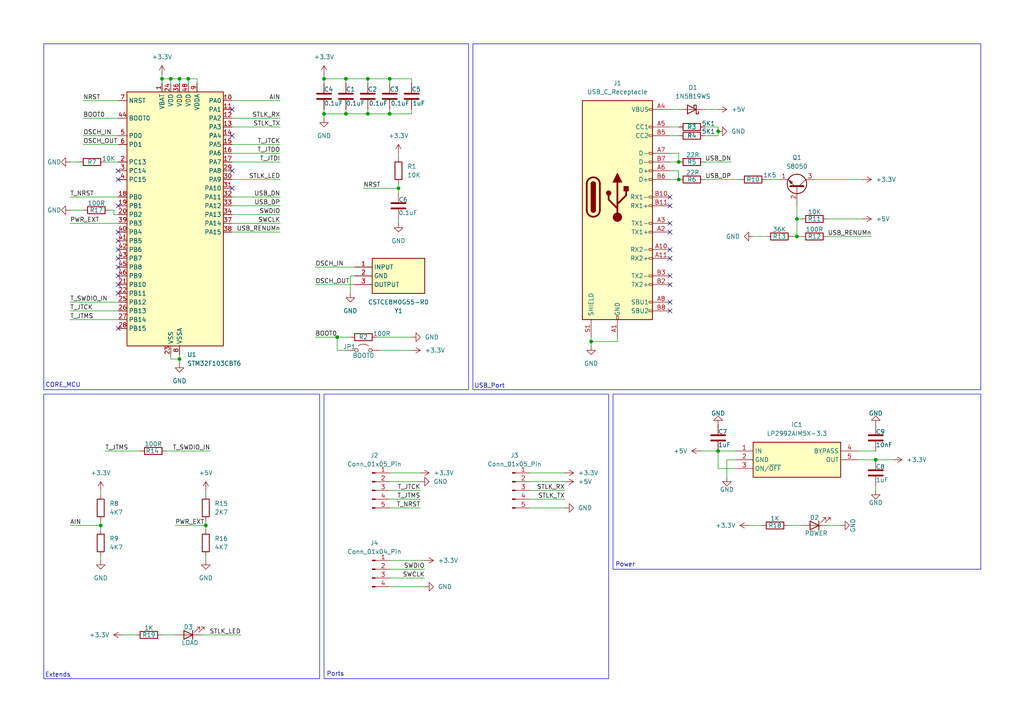
<source format=kicad_sch>
(kicad_sch (version 20231120) (generator "eeschema") (generator_version "8.0")
  (paper "A4")
  (lib_symbols
    (symbol "Connector:Conn_01x04_Pin" (pin_names (offset 1.016) hide)
      (property "Reference" "J" (at 0 5.08 0))
      (property "Value" "Conn_01x04_Pin" (at 0 -7.62 0))
      (symbol "Conn_01x04_Pin_1_1"
        (polyline (pts (xy 1.27 -5.08) (xy 0.8636 -5.08)) (stroke (width 0.1524)))
        (polyline (pts (xy 1.27 -2.54) (xy 0.8636 -2.54)) (stroke (width 0.1524)))
        (polyline (pts (xy 1.27 0) (xy 0.8636 0)) (stroke (width 0.1524)))
        (polyline (pts (xy 1.27 2.54) (xy 0.8636 2.54)) (stroke (width 0.1524)))
        (rectangle (start 0.8636 -4.953) (end 0 -5.207) (stroke (width 0.1524)) (fill (type outline)))
        (rectangle (start 0.8636 -2.413) (end 0 -2.667) (stroke (width 0.1524)) (fill (type outline)))
        (rectangle (start 0.8636 0.127) (end 0 -0.127) (stroke (width 0.1524)) (fill (type outline)))
        (rectangle (start 0.8636 2.667) (end 0 2.413) (stroke (width 0.1524)) (fill (type outline)))
        (pin passive line (at 5.08 2.54 180) (length 3.81) (name "Pin_1") (number "1"))
        (pin passive line (at 5.08 0 180) (length 3.81) (name "Pin_2") (number "2"))
        (pin passive line (at 5.08 -2.54 180) (length 3.81) (name "Pin_3") (number "3"))
        (pin passive line (at 5.08 -5.08 180) (length 3.81) (name "Pin_4") (number "4"))
      )
    )
    (symbol "Connector:Conn_01x05_Pin" (pin_names (offset 1.016) hide)
      (property "Reference" "J" (at 0 7.62 0))
      (property "Value" "Conn_01x05_Pin" (at 0 -7.62 0))
      (symbol "Conn_01x05_Pin_1_1"
        (polyline (pts (xy 1.27 -5.08) (xy 0.8636 -5.08)) (stroke (width 0.1524)))
        (polyline (pts (xy 1.27 -2.54) (xy 0.8636 -2.54)) (stroke (width 0.1524)))
        (polyline (pts (xy 1.27 0) (xy 0.8636 0)) (stroke (width 0.1524)))
        (polyline (pts (xy 1.27 2.54) (xy 0.8636 2.54)) (stroke (width 0.1524)))
        (polyline (pts (xy 1.27 5.08) (xy 0.8636 5.08)) (stroke (width 0.1524)))
        (rectangle (start 0.8636 -4.953) (end 0 -5.207) (stroke (width 0.1524)) (fill (type outline)))
        (rectangle (start 0.8636 -2.413) (end 0 -2.667) (stroke (width 0.1524)) (fill (type outline)))
        (rectangle (start 0.8636 0.127) (end 0 -0.127) (stroke (width 0.1524)) (fill (type outline)))
        (rectangle (start 0.8636 2.667) (end 0 2.413) (stroke (width 0.1524)) (fill (type outline)))
        (rectangle (start 0.8636 5.207) (end 0 4.953) (stroke (width 0.1524)) (fill (type outline)))
        (pin passive line (at 5.08 5.08 180) (length 3.81) (name "Pin_1") (number "1"))
        (pin passive line (at 5.08 2.54 180) (length 3.81) (name "Pin_2") (number "2"))
        (pin passive line (at 5.08 0 180) (length 3.81) (name "Pin_3") (number "3"))
        (pin passive line (at 5.08 -2.54 180) (length 3.81) (name "Pin_4") (number "4"))
        (pin passive line (at 5.08 -5.08 180) (length 3.81) (name "Pin_5") (number "5"))
      )
    )
    (symbol "Connector:USB_C_Receptacle" (pin_names (offset 1.016))
      (property "Reference" "J" (at -10.16 29.21 0))
      (property "Value" "USB_C_Receptacle" (at 10.16 29.21 0))
      (symbol "USB_C_Receptacle_0_0"
        (rectangle (start -0.254 -35.56) (end 0.254 -34.544))
        (rectangle (start 10.16 -32.766) (end 9.144 -33.274))
        (rectangle (start 10.16 -30.226) (end 9.144 -30.734))
        (rectangle (start 10.16 -25.146) (end 9.144 -25.654))
        (rectangle (start 10.16 -22.606) (end 9.144 -23.114))
        (rectangle (start 10.16 -17.526) (end 9.144 -18.034))
        (rectangle (start 10.16 -14.986) (end 9.144 -15.494))
        (rectangle (start 10.16 -9.906) (end 9.144 -10.414))
        (rectangle (start 10.16 -7.366) (end 9.144 -7.874))
        (rectangle (start 10.16 -2.286) (end 9.144 -2.794))
        (rectangle (start 10.16 0.254) (end 9.144 -0.254))
        (rectangle (start 10.16 5.334) (end 9.144 4.826))
        (rectangle (start 10.16 7.874) (end 9.144 7.366))
        (rectangle (start 10.16 10.414) (end 9.144 9.906))
        (rectangle (start 10.16 12.954) (end 9.144 12.446))
        (rectangle (start 10.16 18.034) (end 9.144 17.526))
        (rectangle (start 10.16 20.574) (end 9.144 20.066))
        (rectangle (start 10.16 25.654) (end 9.144 25.146))
      )
      (symbol "USB_C_Receptacle_0_1"
        (rectangle (start -10.16 27.94) (end 10.16 -35.56) (stroke (width 0.254)) (fill (type background)))
        (arc (start -8.89 -3.81) (mid -6.985 -5.7067) (end -5.08 -3.81) (stroke (width 0.508)))
        (arc (start -7.62 -3.81) (mid -6.985 -4.4423) (end -6.35 -3.81) (stroke (width 0.254)))
        (arc (start -7.62 -3.81) (mid -6.985 -4.4423) (end -6.35 -3.81) (stroke (width 0.254)) (fill (type outline)))
        (rectangle (start -7.62 -3.81) (end -6.35 3.81) (stroke (width 0.254)) (fill (type outline)))
        (arc (start -6.35 3.81) (mid -6.985 4.4423) (end -7.62 3.81) (stroke (width 0.254)))
        (arc (start -6.35 3.81) (mid -6.985 4.4423) (end -7.62 3.81) (stroke (width 0.254)) (fill (type outline)))
        (arc (start -5.08 3.81) (mid -6.985 5.7067) (end -8.89 3.81) (stroke (width 0.508)))
        (polyline (pts (xy -8.89 -3.81) (xy -8.89 3.81)) (stroke (width 0.508)))
        (polyline (pts (xy -5.08 3.81) (xy -5.08 -3.81)) (stroke (width 0.508)))
      )
      (symbol "USB_C_Receptacle_1_1"
        (circle (center -2.54 1.143) (radius 0.635) (stroke (width 0.254)) (fill (type outline)))
        (circle (center 0 -5.842) (radius 1.27) (fill (type outline)))
        (polyline (pts (xy 0 -5.842) (xy 0 4.318)) (stroke (width 0.508)))
        (polyline (pts (xy 0 -3.302) (xy -2.54 -0.762) (xy -2.54 0.508)) (stroke (width 0.508)))
        (polyline (pts (xy 0 -2.032) (xy 2.54 0.508) (xy 2.54 1.778)) (stroke (width 0.508)))
        (polyline (pts (xy -1.27 4.318) (xy 0 6.858) (xy 1.27 4.318) (xy -1.27 4.318)) (stroke (width 0.254)) (fill (type outline)))
        (rectangle (start 1.905 1.778) (end 3.175 3.048) (stroke (width 0.254)) (fill (type outline)))
        (pin passive line (at 0 -40.64 90) (length 5.08) (name "GND") (number "A1"))
        (pin bidirectional line (at 15.24 -15.24 180) (length 5.08) (name "RX2-") (number "A10"))
        (pin bidirectional line (at 15.24 -17.78 180) (length 5.08) (name "RX2+") (number "A11"))
        (pin passive line (at 0 -40.64 90) (length 5.08) hide (name "GND") (number "A12"))
        (pin bidirectional line (at 15.24 -10.16 180) (length 5.08) (name "TX1+") (number "A2"))
        (pin bidirectional line (at 15.24 -7.62 180) (length 5.08) (name "TX1-") (number "A3"))
        (pin passive line (at 15.24 25.4 180) (length 5.08) (name "VBUS") (number "A4"))
        (pin bidirectional line (at 15.24 20.32 180) (length 5.08) (name "CC1") (number "A5"))
        (pin bidirectional line (at 15.24 7.62 180) (length 5.08) (name "D+") (number "A6"))
        (pin bidirectional line (at 15.24 12.7 180) (length 5.08) (name "D-") (number "A7"))
        (pin bidirectional line (at 15.24 -30.48 180) (length 5.08) (name "SBU1") (number "A8"))
        (pin passive line (at 15.24 25.4 180) (length 5.08) hide (name "VBUS") (number "A9"))
        (pin passive line (at 0 -40.64 90) (length 5.08) hide (name "GND") (number "B1"))
        (pin bidirectional line (at 15.24 0 180) (length 5.08) (name "RX1-") (number "B10"))
        (pin bidirectional line (at 15.24 -2.54 180) (length 5.08) (name "RX1+") (number "B11"))
        (pin passive line (at 0 -40.64 90) (length 5.08) hide (name "GND") (number "B12"))
        (pin bidirectional line (at 15.24 -25.4 180) (length 5.08) (name "TX2+") (number "B2"))
        (pin bidirectional line (at 15.24 -22.86 180) (length 5.08) (name "TX2-") (number "B3"))
        (pin passive line (at 15.24 25.4 180) (length 5.08) hide (name "VBUS") (number "B4"))
        (pin bidirectional line (at 15.24 17.78 180) (length 5.08) (name "CC2") (number "B5"))
        (pin bidirectional line (at 15.24 5.08 180) (length 5.08) (name "D+") (number "B6"))
        (pin bidirectional line (at 15.24 10.16 180) (length 5.08) (name "D-") (number "B7"))
        (pin bidirectional line (at 15.24 -33.02 180) (length 5.08) (name "SBU2") (number "B8"))
        (pin passive line (at 15.24 25.4 180) (length 5.08) hide (name "VBUS") (number "B9"))
        (pin passive line (at -7.62 -40.64 90) (length 5.08) (name "SHIELD") (number "S1"))
      )
    )
    (symbol "Device:C" (pin_numbers hide) (pin_names (offset 0.254))
      (property "Reference" "C" (at 0.635 2.54 0))
      (property "Value" "C" (at 0.635 -2.54 0))
      (symbol "C_0_1"
        (polyline (pts (xy -2.032 -0.762) (xy 2.032 -0.762)) (stroke (width 0.508)))
        (polyline (pts (xy -2.032 0.762) (xy 2.032 0.762)) (stroke (width 0.508)))
      )
      (symbol "C_1_1"
        (pin passive line (at 0 3.81 270) (length 2.794) (name "~") (number "1"))
        (pin passive line (at 0 -3.81 90) (length 2.794) (name "~") (number "2"))
      )
    )
    (symbol "Device:LED" (pin_numbers hide) (pin_names (offset 1.016) hide)
      (property "Reference" "D" (at 0 2.54 0))
      (property "Value" "LED" (at 0 -2.54 0))
      (symbol "LED_0_1"
        (polyline (pts (xy -1.27 -1.27) (xy -1.27 1.27)) (stroke (width 0.254)))
        (polyline (pts (xy -1.27 0) (xy 1.27 0)))
        (polyline (pts (xy 1.27 -1.27) (xy 1.27 1.27) (xy -1.27 0) (xy 1.27 -1.27)) (stroke (width 0.254)))
        (polyline (pts (xy -3.048 -0.762) (xy -4.572 -2.286) (xy -3.81 -2.286) (xy -4.572 -2.286) (xy -4.572 -1.524)))
        (polyline (pts (xy -1.778 -0.762) (xy -3.302 -2.286) (xy -2.54 -2.286) (xy -3.302 -2.286) (xy -3.302 -1.524)))
      )
      (symbol "LED_1_1"
        (pin passive line (at -3.81 0 0) (length 2.54) (name "K") (number "1"))
        (pin passive line (at 3.81 0 180) (length 2.54) (name "A") (number "2"))
      )
    )
    (symbol "Device:R" (pin_numbers hide) (pin_names (offset 0))
      (property "Reference" "R" (at 2.032 0 90))
      (property "Value" "R" (at 0 0 90))
      (symbol "R_0_1"
        (rectangle (start -1.016 -2.54) (end 1.016 2.54) (stroke (width 0.254)))
      )
      (symbol "R_1_1"
        (pin passive line (at 0 3.81 270) (length 1.27) (name "~") (number "1"))
        (pin passive line (at 0 -3.81 90) (length 1.27) (name "~") (number "2"))
      )
    )
    (symbol "Diode:1N5819WS" (pin_numbers hide) (pin_names (offset 1.016) hide)
      (property "Reference" "D" (at 0 2.54 0))
      (property "Value" "1N5819WS" (at 0 -2.54 0))
      (symbol "1N5819WS_0_1"
        (polyline (pts (xy 1.27 0) (xy -1.27 0)))
        (polyline (pts (xy 1.27 1.27) (xy 1.27 -1.27) (xy -1.27 0) (xy 1.27 1.27)) (stroke (width 0.254)))
        (polyline (pts (xy -1.905 0.635) (xy -1.905 1.27) (xy -1.27 1.27) (xy -1.27 -1.27) (xy -0.635 -1.27) (xy -0.635 -0.635)) (stroke (width 0.254)))
      )
      (symbol "1N5819WS_1_1"
        (pin passive line (at -3.81 0 0) (length 2.54) (name "K") (number "1"))
        (pin passive line (at 3.81 0 180) (length 2.54) (name "A") (number "2"))
      )
    )
    (symbol "Jumper:Jumper_2_Open" (pin_numbers hide) (pin_names (offset 0) hide) (exclude_from_sim yes)
      (property "Reference" "JP" (at 0 2.794 0))
      (property "Value" "Jumper_2_Open" (at 0 -2.286 0))
      (symbol "Jumper_2_Open_0_0"
        (circle (center -2.032 0) (radius 0.508))
        (circle (center 2.032 0) (radius 0.508))
      )
      (symbol "Jumper_2_Open_0_1"
        (arc (start 1.524 1.27) (mid 0 1.778) (end -1.524 1.27))
      )
      (symbol "Jumper_2_Open_1_1"
        (pin passive line (at -5.08 0 0) (length 2.54) (name "A") (number "1"))
        (pin passive line (at 5.08 0 180) (length 2.54) (name "B") (number "2"))
      )
    )
    (symbol "MCU_ST_STM32F1:STM32F103C8Tx"
      (property "Reference" "U" (at -12.7 39.37 0))
      (property "Value" "STM32F103C8Tx" (at 10.16 39.37 0))
      (symbol "STM32F103C8Tx_0_1"
        (rectangle (start -12.7 -35.56) (end 15.24 38.1) (stroke (width 0.254)) (fill (type background)))
      )
      (symbol "STM32F103C8Tx_1_1"
        (pin power_in line (at -2.54 40.64 270) (length 2.54) (name "VBAT") (number "1"))
        (pin bidirectional line (at 17.78 35.56 180) (length 2.54) (name "PA0") (number "10"))
        (pin bidirectional line (at 17.78 33.02 180) (length 2.54) (name "PA1") (number "11"))
        (pin bidirectional line (at 17.78 30.48 180) (length 2.54) (name "PA2") (number "12"))
        (pin bidirectional line (at 17.78 27.94 180) (length 2.54) (name "PA3") (number "13"))
        (pin bidirectional line (at 17.78 25.4 180) (length 2.54) (name "PA4") (number "14"))
        (pin bidirectional line (at 17.78 22.86 180) (length 2.54) (name "PA5") (number "15"))
        (pin bidirectional line (at 17.78 20.32 180) (length 2.54) (name "PA6") (number "16"))
        (pin bidirectional line (at 17.78 17.78 180) (length 2.54) (name "PA7") (number "17"))
        (pin bidirectional line (at -15.24 7.62 0) (length 2.54) (name "PB0") (number "18"))
        (pin bidirectional line (at -15.24 5.08 0) (length 2.54) (name "PB1") (number "19"))
        (pin bidirectional line (at -15.24 17.78 0) (length 2.54) (name "PC13") (number "2"))
        (pin bidirectional line (at -15.24 2.54 0) (length 2.54) (name "PB2") (number "20"))
        (pin bidirectional line (at -15.24 -17.78 0) (length 2.54) (name "PB10") (number "21"))
        (pin bidirectional line (at -15.24 -20.32 0) (length 2.54) (name "PB11") (number "22"))
        (pin power_in line (at 0 -38.1 90) (length 2.54) (name "VSS") (number "23"))
        (pin power_in line (at 0 40.64 270) (length 2.54) (name "VDD") (number "24"))
        (pin bidirectional line (at -15.24 -22.86 0) (length 2.54) (name "PB12") (number "25"))
        (pin bidirectional line (at -15.24 -25.4 0) (length 2.54) (name "PB13") (number "26"))
        (pin bidirectional line (at -15.24 -27.94 0) (length 2.54) (name "PB14") (number "27"))
        (pin bidirectional line (at -15.24 -30.48 0) (length 2.54) (name "PB15") (number "28"))
        (pin bidirectional line (at 17.78 15.24 180) (length 2.54) (name "PA8") (number "29"))
        (pin bidirectional line (at -15.24 15.24 0) (length 2.54) (name "PC14") (number "3"))
        (pin bidirectional line (at 17.78 12.7 180) (length 2.54) (name "PA9") (number "30"))
        (pin bidirectional line (at 17.78 10.16 180) (length 2.54) (name "PA10") (number "31"))
        (pin bidirectional line (at 17.78 7.62 180) (length 2.54) (name "PA11") (number "32"))
        (pin bidirectional line (at 17.78 5.08 180) (length 2.54) (name "PA12") (number "33"))
        (pin bidirectional line (at 17.78 2.54 180) (length 2.54) (name "PA13") (number "34"))
        (pin passive line (at 0 -38.1 90) (length 2.54) hide (name "VSS") (number "35"))
        (pin power_in line (at 2.54 40.64 270) (length 2.54) (name "VDD") (number "36"))
        (pin bidirectional line (at 17.78 0 180) (length 2.54) (name "PA14") (number "37"))
        (pin bidirectional line (at 17.78 -2.54 180) (length 2.54) (name "PA15") (number "38"))
        (pin bidirectional line (at -15.24 0 0) (length 2.54) (name "PB3") (number "39"))
        (pin bidirectional line (at -15.24 12.7 0) (length 2.54) (name "PC15") (number "4"))
        (pin bidirectional line (at -15.24 -2.54 0) (length 2.54) (name "PB4") (number "40"))
        (pin bidirectional line (at -15.24 -5.08 0) (length 2.54) (name "PB5") (number "41"))
        (pin bidirectional line (at -15.24 -7.62 0) (length 2.54) (name "PB6") (number "42"))
        (pin bidirectional line (at -15.24 -10.16 0) (length 2.54) (name "PB7") (number "43"))
        (pin input line (at -15.24 30.48 0) (length 2.54) (name "BOOT0") (number "44"))
        (pin bidirectional line (at -15.24 -12.7 0) (length 2.54) (name "PB8") (number "45"))
        (pin bidirectional line (at -15.24 -15.24 0) (length 2.54) (name "PB9") (number "46"))
        (pin passive line (at 0 -38.1 90) (length 2.54) hide (name "VSS") (number "47"))
        (pin power_in line (at 5.08 40.64 270) (length 2.54) (name "VDD") (number "48"))
        (pin bidirectional line (at -15.24 25.4 0) (length 2.54) (name "PD0") (number "5"))
        (pin bidirectional line (at -15.24 22.86 0) (length 2.54) (name "PD1") (number "6"))
        (pin input line (at -15.24 35.56 0) (length 2.54) (name "NRST") (number "7"))
        (pin power_in line (at 2.54 -38.1 90) (length 2.54) (name "VSSA") (number "8"))
        (pin power_in line (at 7.62 40.64 270) (length 2.54) (name "VDDA") (number "9"))
      )
    )
    (symbol "SamacSys_Parts:CSTCE12M0G55-R0"
      (property "Reference" "Y" (at 21.59 7.62 0))
      (property "Value" "CSTCE12M0G55-R0" (at 21.59 5.08 0))
      (symbol "CSTCE12M0G55-R0_1_1"
        (rectangle (start 5.08 2.54) (end 20.32 -7.62) (stroke (width 0.254)) (fill (type background)))
        (pin passive line (at 0 0 0) (length 5.08) (name "INPUT") (number "1"))
        (pin passive line (at 0 -2.54 0) (length 5.08) (name "GND") (number "2"))
        (pin passive line (at 0 -5.08 0) (length 5.08) (name "OUTPUT") (number "3"))
      )
    )
    (symbol "SamacSys_Parts:LP2992AIM5X-3.3"
      (property "Reference" "IC" (at 31.75 7.62 0))
      (property "Value" "LP2992AIM5X-3.3" (at 31.75 5.08 0))
      (symbol "LP2992AIM5X-3.3_1_1"
        (rectangle (start 5.08 2.54) (end 30.48 -7.62) (stroke (width 0.254)) (fill (type background)))
        (pin passive line (at 0 0 0) (length 5.08) (name "IN") (number "1"))
        (pin passive line (at 0 -2.54 0) (length 5.08) (name "GND") (number "2"))
        (pin passive line (at 0 -5.08 0) (length 5.08) (name "ON/~{OFF}") (number "3"))
        (pin passive line (at 35.56 0 180) (length 5.08) (name "BYPASS") (number "4"))
        (pin passive line (at 35.56 -2.54 180) (length 5.08) (name "OUT") (number "5"))
      )
    )
    (symbol "Transistor_BJT:S8050" (pin_names (offset 0) hide)
      (property "Reference" "Q" (at 5.08 1.905 0))
      (property "Value" "S8050" (at 5.08 0 0))
      (symbol "S8050_0_1"
        (polyline (pts (xy 0 0) (xy 0.635 0)))
        (polyline (pts (xy 0.635 0.635) (xy 2.54 2.54)))
        (polyline (pts (xy 0.635 -0.635) (xy 2.54 -2.54) (xy 2.54 -2.54)))
        (polyline (pts (xy 0.635 1.905) (xy 0.635 -1.905) (xy 0.635 -1.905)) (stroke (width 0.508)))
        (polyline (pts (xy 1.27 -1.778) (xy 1.778 -1.27) (xy 2.286 -2.286) (xy 1.27 -1.778) (xy 1.27 -1.778)) (fill (type outline)))
        (circle (center 1.27 0) (radius 2.8194) (stroke (width 0.254)))
      )
      (symbol "S8050_1_1"
        (pin passive line (at 2.54 -5.08 90) (length 2.54) (name "E") (number "1"))
        (pin input line (at -5.08 0 0) (length 5.08) (name "B") (number "2"))
        (pin passive line (at 2.54 5.08 270) (length 2.54) (name "C") (number "3"))
      )
    )
    (symbol "power:+3.3V" (power) (pin_numbers hide) (pin_names (offset 0) hide)
      (property "Value" "+3.3V" (at 0 3.556 0))
      (symbol "+3.3V_0_1"
        (polyline (pts (xy -0.762 1.27) (xy 0 2.54)))
        (polyline (pts (xy 0 0) (xy 0 2.54)))
        (polyline (pts (xy 0 2.54) (xy 0.762 1.27)))
      )
      (symbol "+3.3V_1_1"
        (pin power_in line (at 0 0 90) (length 0) (name "~") (number "1"))
      )
    )
    (symbol "power:+5V" (power) (pin_numbers hide) (pin_names (offset 0) hide)
      (property "Value" "+5V" (at 0 3.556 0))
      (symbol "+5V_0_1"
        (polyline (pts (xy -0.762 1.27) (xy 0 2.54)))
        (polyline (pts (xy 0 0) (xy 0 2.54)))
        (polyline (pts (xy 0 2.54) (xy 0.762 1.27)))
      )
      (symbol "+5V_1_1"
        (pin power_in line (at 0 0 90) (length 0) (name "~") (number "1"))
      )
    )
    (symbol "power:GND" (power) (pin_numbers hide) (pin_names (offset 0) hide)
      (property "Value" "GND" (at 0 -3.81 0))
      (symbol "GND_0_1"
        (polyline (pts (xy 0 0) (xy 0 -1.27) (xy 1.27 -1.27) (xy 0 -2.54) (xy -1.27 -1.27) (xy 0 -1.27)))
      )
      (symbol "GND_1_1"
        (pin power_in line (at 0 0 270) (length 0) (name "~") (number "1"))
      )
    )
  )
  (junction (at 113.03 33.02))
  (junction (at 106.68 22.86))
  (junction (at 254 133.35))
  (junction (at 93.98 33.02))
  (junction (at 231.14 63.5))
  (junction (at 59.69 152.4))
  (junction (at 52.07 104.14))
  (junction (at 97.79 97.79))
  (junction (at 93.98 22.86))
  (junction (at 52.07 22.86))
  (junction (at 196.85 52.07))
  (junction (at 196.85 46.99))
  (junction (at 54.61 22.86))
  (junction (at 113.03 22.86))
  (junction (at 100.33 22.86))
  (junction (at 231.14 68.58))
  (junction (at 208.28 130.81))
  (junction (at 115.57 54.61))
  (junction (at 106.68 33.02))
  (junction (at 171.45 99.06))
  (junction (at 46.99 22.86))
  (junction (at 208.28 38.1))
  (junction (at 49.53 22.86))
  (junction (at 100.33 33.02))
  (junction (at 29.21 152.4))
  (no_connect (at 194.31 82.55))
  (no_connect (at 34.29 85.09))
  (no_connect (at 194.31 74.93))
  (no_connect (at 194.31 80.01))
  (no_connect (at 194.31 87.63))
  (no_connect (at 34.29 74.93))
  (no_connect (at 67.31 31.75))
  (no_connect (at 194.31 90.17))
  (no_connect (at 67.31 49.53))
  (no_connect (at 34.29 72.39))
  (no_connect (at 194.31 72.39))
  (no_connect (at 34.29 67.31))
  (no_connect (at 34.29 95.25))
  (no_connect (at 34.29 59.69))
  (no_connect (at 194.31 67.31))
  (no_connect (at 34.29 52.07))
  (no_connect (at 34.29 69.85))
  (no_connect (at 67.31 54.61))
  (no_connect (at 34.29 82.55))
  (no_connect (at 194.31 64.77))
  (no_connect (at 34.29 49.53))
  (no_connect (at 34.29 77.47))
  (no_connect (at 67.31 39.37))
  (no_connect (at 34.29 80.01))
  (no_connect (at 194.31 59.69))
  (no_connect (at 194.31 57.15))
  (wire (pts (xy 208.28 38.1) (xy 208.28 39.37)))
  (wire (pts (xy 115.57 54.61) (xy 115.57 55.88)))
  (wire (pts (xy 254 133.35) (xy 259.08 133.35)))
  (wire (pts (xy 93.98 31.75) (xy 93.98 33.02)))
  (wire (pts (xy 171.45 99.06) (xy 171.45 100.33)))
  (wire (pts (xy 194.31 44.45) (xy 196.85 44.45)))
  (wire (pts (xy 254 140.97) (xy 254 142.24)))
  (wire (pts (xy 49.53 104.14) (xy 52.07 104.14)))
  (wire (pts (xy 57.15 24.13) (xy 57.15 22.86)))
  (wire (pts (xy 204.47 46.99) (xy 212.09 46.99)))
  (wire (pts (xy 113.03 33.02) (xy 119.38 33.02)))
  (wire (pts (xy 20.32 57.15) (xy 34.29 57.15)))
  (wire (pts (xy 109.22 97.79) (xy 119.38 97.79)))
  (wire (pts (xy 194.31 31.75) (xy 196.85 31.75)))
  (wire (pts (xy 203.2 130.81) (xy 208.28 130.81)))
  (wire (pts (xy 101.6 80.01) (xy 101.6 85.09)))
  (wire (pts (xy 20.32 64.77) (xy 34.29 64.77)))
  (wire (pts (xy 93.98 33.02) (xy 100.33 33.02)))
  (wire (pts (xy 58.42 184.15) (xy 69.85 184.15)))
  (wire (pts (xy 204.47 36.83) (xy 208.28 36.83)))
  (wire (pts (xy 93.98 21.59) (xy 93.98 22.86)))
  (wire (pts (xy 196.85 44.45) (xy 196.85 46.99)))
  (wire (pts (xy 113.03 22.86) (xy 113.03 24.13)))
  (wire (pts (xy 20.32 152.4) (xy 29.21 152.4)))
  (wire (pts (xy 30.48 46.99) (xy 34.29 46.99)))
  (wire (pts (xy 179.07 99.06) (xy 171.45 99.06)))
  (wire (pts (xy 115.57 63.5) (xy 115.57 64.77)))
  (wire (pts (xy 29.21 161.29) (xy 29.21 162.56)))
  (wire (pts (xy 102.87 77.47) (xy 91.44 77.47)))
  (wire (pts (xy 52.07 102.87) (xy 52.07 104.14)))
  (wire (pts (xy 208.28 130.81) (xy 213.36 130.81)))
  (wire (pts (xy 213.36 133.35) (xy 210.82 133.35)))
  (wire (pts (xy 240.03 152.4) (xy 243.84 152.4)))
  (wire (pts (xy 20.32 60.96) (xy 24.13 60.96)))
  (wire (pts (xy 100.33 22.86) (xy 93.98 22.86)))
  (wire (pts (xy 231.14 63.5) (xy 232.41 63.5)))
  (wire (pts (xy 121.92 142.24) (xy 113.03 142.24)))
  (wire (pts (xy 231.14 68.58) (xy 232.41 68.58)))
  (wire (pts (xy 67.31 67.31) (xy 81.28 67.31)))
  (wire (pts (xy 119.38 22.86) (xy 113.03 22.86)))
  (wire (pts (xy 67.31 62.23) (xy 81.28 62.23)))
  (wire (pts (xy 59.69 161.29) (xy 59.69 162.56)))
  (wire (pts (xy 29.21 152.4) (xy 29.21 153.67)))
  (wire (pts (xy 229.87 68.58) (xy 231.14 68.58)))
  (wire (pts (xy 123.19 165.1) (xy 113.03 165.1)))
  (wire (pts (xy 24.13 39.37) (xy 34.29 39.37)))
  (wire (pts (xy 20.32 87.63) (xy 34.29 87.63)))
  (wire (pts (xy 208.28 36.83) (xy 208.28 38.1)))
  (wire (pts (xy 194.31 36.83) (xy 196.85 36.83)))
  (wire (pts (xy 100.33 22.86) (xy 100.33 24.13)))
  (wire (pts (xy 102.87 82.55) (xy 91.44 82.55)))
  (wire (pts (xy 20.32 90.17) (xy 34.29 90.17)))
  (wire (pts (xy 67.31 29.21) (xy 81.28 29.21)))
  (wire (pts (xy 54.61 22.86) (xy 54.61 24.13)))
  (wire (pts (xy 196.85 52.07) (xy 194.31 52.07)))
  (wire (pts (xy 208.28 39.37) (xy 204.47 39.37)))
  (wire (pts (xy 113.03 139.7) (xy 121.92 139.7)))
  (wire (pts (xy 24.13 29.21) (xy 34.29 29.21)))
  (wire (pts (xy 67.31 64.77) (xy 81.28 64.77)))
  (wire (pts (xy 231.14 63.5) (xy 231.14 68.58)))
  (wire (pts (xy 67.31 34.29) (xy 81.28 34.29)))
  (wire (pts (xy 113.03 31.75) (xy 113.03 33.02)))
  (wire (pts (xy 20.32 92.71) (xy 34.29 92.71)))
  (wire (pts (xy 52.07 22.86) (xy 52.07 24.13)))
  (wire (pts (xy 106.68 31.75) (xy 106.68 33.02)))
  (wire (pts (xy 153.67 144.78) (xy 163.83 144.78)))
  (wire (pts (xy 93.98 34.29) (xy 93.98 33.02)))
  (wire (pts (xy 208.28 135.89) (xy 208.28 130.81)))
  (wire (pts (xy 31.75 60.96) (xy 33.02 60.96)))
  (wire (pts (xy 153.67 137.16) (xy 163.83 137.16)))
  (wire (pts (xy 119.38 33.02) (xy 119.38 31.75)))
  (wire (pts (xy 153.67 147.32) (xy 163.83 147.32)))
  (wire (pts (xy 110.49 101.6) (xy 119.38 101.6)))
  (wire (pts (xy 30.48 130.81) (xy 40.64 130.81)))
  (wire (pts (xy 20.32 46.99) (xy 22.86 46.99)))
  (wire (pts (xy 106.68 33.02) (xy 113.03 33.02)))
  (wire (pts (xy 35.56 184.15) (xy 39.37 184.15)))
  (wire (pts (xy 106.68 22.86) (xy 100.33 22.86)))
  (wire (pts (xy 24.13 34.29) (xy 34.29 34.29)))
  (wire (pts (xy 248.92 130.81) (xy 254 130.81)))
  (wire (pts (xy 153.67 142.24) (xy 163.83 142.24)))
  (wire (pts (xy 171.45 99.06) (xy 171.45 97.79)))
  (wire (pts (xy 91.44 97.79) (xy 97.79 97.79)))
  (wire (pts (xy 67.31 59.69) (xy 81.28 59.69)))
  (wire (pts (xy 121.92 144.78) (xy 113.03 144.78)))
  (wire (pts (xy 153.67 139.7) (xy 163.83 139.7)))
  (wire (pts (xy 115.57 44.45) (xy 115.57 45.72)))
  (wire (pts (xy 49.53 102.87) (xy 49.53 104.14)))
  (wire (pts (xy 81.28 44.45) (xy 67.31 44.45)))
  (wire (pts (xy 46.99 184.15) (xy 50.8 184.15)))
  (wire (pts (xy 50.8 152.4) (xy 59.69 152.4)))
  (wire (pts (xy 113.03 22.86) (xy 106.68 22.86)))
  (wire (pts (xy 102.87 80.01) (xy 101.6 80.01)))
  (wire (pts (xy 204.47 31.75) (xy 208.28 31.75)))
  (wire (pts (xy 119.38 24.13) (xy 119.38 22.86)))
  (wire (pts (xy 52.07 104.14) (xy 52.07 105.41)))
  (wire (pts (xy 123.19 167.64) (xy 113.03 167.64)))
  (wire (pts (xy 46.99 22.86) (xy 46.99 24.13)))
  (wire (pts (xy 248.92 133.35) (xy 254 133.35)))
  (wire (pts (xy 100.33 31.75) (xy 100.33 33.02)))
  (wire (pts (xy 67.31 52.07) (xy 81.28 52.07)))
  (wire (pts (xy 57.15 22.86) (xy 54.61 22.86)))
  (wire (pts (xy 81.28 41.91) (xy 67.31 41.91)))
  (wire (pts (xy 113.03 162.56) (xy 123.19 162.56)))
  (wire (pts (xy 240.03 63.5) (xy 250.19 63.5)))
  (wire (pts (xy 231.14 59.69) (xy 231.14 63.5)))
  (wire (pts (xy 121.92 147.32) (xy 113.03 147.32)))
  (wire (pts (xy 33.02 60.96) (xy 33.02 62.23)))
  (wire (pts (xy 217.17 152.4) (xy 220.98 152.4)))
  (wire (pts (xy 218.44 68.58) (xy 222.25 68.58)))
  (wire (pts (xy 97.79 101.6) (xy 100.33 101.6)))
  (wire (pts (xy 210.82 133.35) (xy 210.82 138.43)))
  (wire (pts (xy 67.31 36.83) (xy 81.28 36.83)))
  (wire (pts (xy 106.68 22.86) (xy 106.68 24.13)))
  (wire (pts (xy 54.61 22.86) (xy 52.07 22.86)))
  (wire (pts (xy 113.03 170.18) (xy 123.19 170.18)))
  (wire (pts (xy 194.31 39.37) (xy 196.85 39.37)))
  (wire (pts (xy 222.25 52.07) (xy 226.06 52.07)))
  (wire (pts (xy 48.26 130.81) (xy 60.96 130.81)))
  (wire (pts (xy 236.22 52.07) (xy 250.19 52.07)))
  (wire (pts (xy 49.53 22.86) (xy 46.99 22.86)))
  (wire (pts (xy 196.85 46.99) (xy 194.31 46.99)))
  (wire (pts (xy 46.99 21.59) (xy 46.99 22.86)))
  (wire (pts (xy 196.85 49.53) (xy 196.85 52.07)))
  (wire (pts (xy 115.57 53.34) (xy 115.57 54.61)))
  (wire (pts (xy 59.69 151.13) (xy 59.69 152.4)))
  (wire (pts (xy 194.31 49.53) (xy 196.85 49.53)))
  (wire (pts (xy 179.07 97.79) (xy 179.07 99.06)))
  (wire (pts (xy 29.21 142.24) (xy 29.21 143.51)))
  (wire (pts (xy 97.79 97.79) (xy 101.6 97.79)))
  (wire (pts (xy 113.03 137.16) (xy 121.92 137.16)))
  (wire (pts (xy 49.53 22.86) (xy 49.53 24.13)))
  (wire (pts (xy 81.28 46.99) (xy 67.31 46.99)))
  (wire (pts (xy 213.36 135.89) (xy 208.28 135.89)))
  (wire (pts (xy 59.69 152.4) (xy 59.69 153.67)))
  (wire (pts (xy 240.03 68.58) (xy 252.73 68.58)))
  (wire (pts (xy 105.41 54.61) (xy 115.57 54.61)))
  (wire (pts (xy 59.69 142.24) (xy 59.69 143.51)))
  (wire (pts (xy 228.6 152.4) (xy 232.41 152.4)))
  (wire (pts (xy 204.47 52.07) (xy 214.63 52.07)))
  (wire (pts (xy 29.21 151.13) (xy 29.21 152.4)))
  (wire (pts (xy 52.07 22.86) (xy 49.53 22.86)))
  (wire (pts (xy 97.79 97.79) (xy 97.79 101.6)))
  (wire (pts (xy 93.98 22.86) (xy 93.98 24.13)))
  (wire (pts (xy 100.33 33.02) (xy 106.68 33.02)))
  (wire (pts (xy 24.13 41.91) (xy 34.29 41.91)))
  (wire (pts (xy 33.02 62.23) (xy 34.29 62.23)))
  (wire (pts (xy 67.31 57.15) (xy 81.28 57.15)))
  (rectangle (start 93.98 114.3) (end 176.53 196.85))
  (rectangle (start 177.8 114.3) (end 284.48 165.1))
  (rectangle (start 137.16 12.7) (end 284.48 113.03))
  (rectangle (start 12.7 114.3) (end 92.71 196.85))
  (rectangle (start 12.7 12.7) (end 135.89 113.03))
  (text "CORE_MCU" (at 18.288 111.76 0) (effects (font (size 1.27 1.27))))
  (text "USB_Port" (at 141.986 112.014 0) (effects (font (size 1.27 1.27))))
  (text "Ports" (at 97.282 195.58 0) (effects (font (size 1.27 1.27))))
  (text "Extends" (at 16.764 195.834 0) (effects (font (size 1.27 1.27))))
  (text "Power" (at 181.356 163.83 0) (effects (font (size 1.27 1.27))))
  (label "T_JTDO" (at 81.28 44.45 180))
  (label "STLK_TX" (at 81.28 36.83 180))
  (label "SWCLK" (at 123.19 167.64 180))
  (label "USB_RENUMn" (at 81.28 67.31 180))
  (label "SWCLK" (at 81.28 64.77 180))
  (label "USB_RENUMn" (at 252.73 68.58 180))
  (label "T_JTMS" (at 30.48 130.81 0))
  (label "USB_DP" (at 212.09 52.07 180))
  (label "STLK_RX" (at 163.83 142.24 180))
  (label "OSCH_OUT" (at 91.44 82.55 0))
  (label "T_SWDIO_IN" (at 60.96 130.81 180))
  (label "PWR_EXT" (at 50.8 152.4 0))
  (label "STLK_LED" (at 69.85 184.15 180))
  (label "T_JTCK" (at 81.28 41.91 180))
  (label "STLK_LED" (at 81.28 52.07 180))
  (label "BOOT0" (at 24.13 34.29 0))
  (label "SWDIO" (at 123.19 165.1 180))
  (label "T_NRST" (at 121.92 147.32 180))
  (label "PWR_EXT" (at 20.32 64.77 0))
  (label "STLK_TX" (at 163.83 144.78 180))
  (label "USB_DN" (at 212.09 46.99 180))
  (label "OSCH_OUT" (at 24.13 41.91 0))
  (label "AIN" (at 20.32 152.4 0))
  (label "NRST" (at 24.13 29.21 0))
  (label "T_JTDI" (at 81.28 46.99 180))
  (label "OSCH_IN" (at 24.13 39.37 0))
  (label "T_JTCK" (at 121.92 142.24 180))
  (label "AIN" (at 81.28 29.21 180))
  (label "SWDIO" (at 81.28 62.23 180))
  (label "T_NRST" (at 20.32 57.15 0))
  (label "NRST" (at 105.41 54.61 0))
  (label "T_JTMS" (at 20.32 92.71 0))
  (label "T_JTCK" (at 20.32 90.17 0))
  (label "OSCH_IN" (at 91.44 77.47 0))
  (label "BOOT0" (at 91.44 97.79 0))
  (label "USB_DP" (at 81.28 59.69 180))
  (label "T_JTMS" (at 121.92 144.78 180))
  (label "USB_DN" (at 81.28 57.15 180))
  (label "STLK_RX" (at 81.28 34.29 180))
  (label "T_SWDIO_IN" (at 20.32 87.63 0))
  (symbol (lib_id "Device:R") (at 44.45 130.81 90) (unit 1)
    (property "Reference" "R14" (at 44.196 130.81 90))
    (property "Value" "100R" (at 44.45 128.778 90))
    (property "Footprint" "Resistor_SMD:R_0603_1608Metric" (effects (hide yes)))
    (property "Description" "Resistor" (effects (hide yes)))
  )
  (symbol (lib_id "Device:C") (at 254 137.16 0) (unit 1)
    (property "Reference" "C8" (at 254 135.382 0) (effects (justify left)))
    (property "Value" "1uF" (at 254 139.192 0) (effects (justify left)))
    (property "Footprint" "Capacitor_SMD:C_0603_1608Metric" (effects (hide yes)))
    (property "Description" "Unpolarized capacitor" (effects (hide yes)))
  )
  (symbol (lib_id "power:+3.3V") (at 29.21 142.24 0) (unit 1)
    (property "Reference" "#PWR021" (effects (hide yes)))
    (property "Value" "+3.3V" (at 29.21 137.16 0))
    (property "Description" "Power symbol creates a global label with name \"+3.3V\"" (effects (hide yes)))
  )
  (symbol (lib_id "Device:R") (at 218.44 52.07 90) (unit 1)
    (property "Reference" "R10" (at 218.44 52.07 90))
    (property "Value" "1K5" (at 223.266 50.8 90))
    (property "Footprint" "Resistor_SMD:R_0603_1608Metric" (effects (hide yes)))
    (property "Description" "Resistor" (effects (hide yes)))
  )
  (symbol (lib_id "power:+3.3V") (at 163.83 137.16 270) (unit 1)
    (property "Reference" "#PWR029" (effects (hide yes)))
    (property "Value" "+3.3V" (at 167.64 137.1599 90) (effects (justify left)))
    (property "Description" "Power symbol creates a global label with name \"+3.3V\"" (effects (hide yes)))
  )
  (symbol (lib_id "Jumper:Jumper_2_Open") (at 105.41 101.6 0) (unit 1) (exclude_from_sim yes)
    (property "Reference" "JP1" (at 101.346 100.584 0))
    (property "Value" "BOOT0" (at 105.41 103.124 0))
    (property "Footprint" "Jumper:SolderJumper-2_P1.3mm_Open_RoundedPad1.0x1.5mm" (effects (hide yes)))
    (property "Description" "Jumper, 2-pole, open" (effects (hide yes)))
  )
  (symbol (lib_id "Device:R") (at 224.79 152.4 90) (unit 1)
    (property "Reference" "R18" (at 224.79 152.4 90))
    (property "Value" "1K" (at 224.79 150.368 90))
    (property "Footprint" "Resistor_SMD:R_0603_1608Metric" (effects (hide yes)))
    (property "Description" "Resistor" (effects (hide yes)))
  )
  (symbol (lib_id "Device:C") (at 100.33 27.94 0) (unit 1)
    (property "Reference" "C1" (at 100.33 25.908 0) (effects (justify left)))
    (property "Value" "0.1uF" (at 100.33 29.972 0) (effects (justify left)))
    (property "Footprint" "Capacitor_SMD:C_0603_1608Metric" (effects (hide yes)))
    (property "Description" "Unpolarized capacitor" (effects (hide yes)))
  )
  (symbol (lib_id "Connector:Conn_01x05_Pin") (at 107.95 142.24 0) (unit 1)
    (property "Reference" "J2" (at 108.585 132.08 0))
    (property "Value" "Conn_01x05_Pin" (at 108.585 134.62 0))
    (property "Footprint" "SamacSys_Parts:STLINK_PIN" (effects (hide yes)))
    (property "Description" "Generic connector, single row, 01x05, script generated" (effects (hide yes)))
  )
  (symbol (lib_id "power:GND") (at 93.98 34.29 0) (unit 1)
    (property "Reference" "#PWR04" (effects (hide yes)))
    (property "Value" "GND" (at 93.98 39.37 0))
    (property "Description" "Power symbol creates a global label with name \"GND\" , ground" (effects (hide yes)))
  )
  (symbol (lib_id "power:GND") (at 210.82 138.43 0) (unit 1)
    (property "Reference" "#PWR013" (effects (hide yes)))
    (property "Value" "GND" (at 210.82 141.986 0))
    (property "Description" "Power symbol creates a global label with name \"GND\" , ground" (effects (hide yes)))
  )
  (symbol (lib_id "power:+3.3V") (at 123.19 162.56 270) (unit 1)
    (property "Reference" "#PWR036" (effects (hide yes)))
    (property "Value" "+3.3V" (at 127 162.5599 90) (effects (justify left)))
    (property "Description" "Power symbol creates a global label with name \"+3.3V\"" (effects (hide yes)))
  )
  (symbol (lib_id "power:+3.3V") (at 115.57 44.45 0) (unit 1)
    (property "Reference" "#PWR05" (effects (hide yes)))
    (property "Value" "+3.3V" (at 115.57 39.37 0))
    (property "Description" "Power symbol creates a global label with name \"+3.3V\"" (effects (hide yes)))
  )
  (symbol (lib_id "Device:R") (at 200.66 46.99 90) (unit 1)
    (property "Reference" "R5" (at 200.66 46.99 90))
    (property "Value" "22R" (at 200.914 44.958 90))
    (property "Footprint" "Resistor_SMD:R_0603_1608Metric" (effects (hide yes)))
    (property "Description" "Resistor" (effects (hide yes)))
  )
  (symbol (lib_id "power:GND") (at 208.28 123.19 180) (unit 1)
    (property "Reference" "#PWR015" (effects (hide yes)))
    (property "Value" "GND" (at 208.28 119.888 0))
    (property "Description" "Power symbol creates a global label with name \"GND\" , ground" (effects (hide yes)))
  )
  (symbol (lib_id "Diode:1N5819WS") (at 200.66 31.75 180) (unit 1)
    (property "Reference" "D1" (at 200.9775 25.4 0))
    (property "Value" "1N5819WS" (at 200.9775 27.94 0))
    (property "Footprint" "Diode_SMD:D_SOD-323" (effects (hide yes)))
    (property "Datasheet" "https://datasheet.lcsc.com/lcsc/2204281430_Guangdong-Hottech-1N5819WS_C191023.pdf" (effects (hide yes)))
    (property "Description" "40V 600mV@1A 1A SOD-323 Schottky Barrier Diodes, SOD-323" (effects (hide yes)))
  )
  (symbol (lib_id "power:GND") (at 115.57 64.77 0) (unit 1)
    (property "Reference" "#PWR06" (effects (hide yes)))
    (property "Value" "GND" (at 115.57 69.85 0))
    (property "Description" "Power symbol creates a global label with name \"GND\" , ground" (effects (hide yes)))
  )
  (symbol (lib_id "power:GND") (at 163.83 147.32 90) (mirror x) (unit 1)
    (property "Reference" "#PWR031" (effects (hide yes)))
    (property "Value" "GND" (at 167.64 147.3199 90) (effects (justify right)))
    (property "Description" "Power symbol creates a global label with name \"GND\" , ground" (effects (hide yes)))
  )
  (symbol (lib_id "power:GND") (at 52.07 105.41 0) (unit 1)
    (property "Reference" "#PWR02" (effects (hide yes)))
    (property "Value" "GND" (at 52.07 110.49 0))
    (property "Description" "Power symbol creates a global label with name \"GND\" , ground" (effects (hide yes)))
  )
  (symbol (lib_id "SamacSys_Parts:LP2992AIM5X-3.3") (at 213.36 130.81 0) (unit 1)
    (property "Reference" "IC1" (at 231.14 123.19 0))
    (property "Value" "LP2992AIM5X-3.3" (at 231.14 125.73 0))
    (property "Footprint" "SOT95P280X145-5N" (effects (hide yes)))
    (property "Datasheet" "https://www.ti.com/lit/ds/symlink/lp2992.pdf?ts=1622792115167&ref_url=https%253A%252F%252Fwww.ti.com%252Fstore%252Fti%252Fen%252Fp%252Fproduct%252F%253Fp%253DLP2992AIM5X-3.3%252FNOPB" (effects (hide yes)))
    (property "Description" "LDO Voltage Regulators" (effects (hide yes)))
    (property "Height" "1.45" (effects (hide yes)))
    (property "Manufacturer_Name" "Texas Instruments" (effects (hide yes)))
    (property "Manufacturer_Part_Number" "LP2992AIM5X-3.3" (effects (hide yes)))
    (property "Mouser Part Number" "926-LP2992AIM5X-33" (effects (hide yes)))
    (property "Mouser Price/Stock" "https://www.mouser.com/Search/Refine.aspx?Keyword=926-LP2992AIM5X-33" (effects (hide yes)))
  )
  (symbol (lib_id "Device:C") (at 106.68 27.94 0) (unit 1)
    (property "Reference" "C2" (at 106.68 25.908 0) (effects (justify left)))
    (property "Value" "0.1uF" (at 106.934 29.972 0) (effects (justify left)))
    (property "Footprint" "Capacitor_SMD:C_0603_1608Metric" (effects (hide yes)))
    (property "Description" "Unpolarized capacitor" (effects (hide yes)))
  )
  (symbol (lib_id "Device:R") (at 43.18 184.15 90) (unit 1)
    (property "Reference" "R19" (at 43.18 184.15 90))
    (property "Value" "1K" (at 43.18 182.118 90))
    (property "Footprint" "Resistor_SMD:R_0603_1608Metric" (effects (hide yes)))
    (property "Description" "Resistor" (effects (hide yes)))
  )
  (symbol (lib_id "power:GND") (at 243.84 152.4 90) (unit 1)
    (property "Reference" "#PWR034" (effects (hide yes)))
    (property "Value" "GND" (at 247.396 152.4 0))
    (property "Description" "Power symbol creates a global label with name \"GND\" , ground" (effects (hide yes)))
  )
  (symbol (lib_id "power:GND") (at 254 142.24 0) (unit 1)
    (property "Reference" "#PWR016" (effects (hide yes)))
    (property "Value" "GND" (at 254 145.796 0))
    (property "Description" "Power symbol creates a global label with name \"GND\" , ground" (effects (hide yes)))
  )
  (symbol (lib_id "Device:C") (at 115.57 59.69 0) (unit 1)
    (property "Reference" "C6" (at 115.57 57.912 0) (effects (justify left)))
    (property "Value" "0.1uF" (at 115.57 61.722 0) (effects (justify left)))
    (property "Footprint" "Capacitor_SMD:C_0603_1608Metric" (effects (hide yes)))
    (property "Description" "Unpolarized capacitor" (effects (hide yes)))
  )
  (symbol (lib_id "power:+5V") (at 259.08 133.35 270) (unit 1)
    (property "Reference" "#PWR017" (effects (hide yes)))
    (property "Value" "+3.3V" (at 262.89 133.3499 90) (effects (justify left)))
    (property "Description" "Power symbol creates a global label with name \"+5V\"" (effects (hide yes)))
  )
  (symbol (lib_id "Device:C") (at 113.03 27.94 0) (unit 1)
    (property "Reference" "C3" (at 113.03 25.908 0) (effects (justify left)))
    (property "Value" "0.1uF" (at 113.284 29.972 0) (effects (justify left)))
    (property "Footprint" "Capacitor_SMD:C_0603_1608Metric" (effects (hide yes)))
    (property "Description" "Unpolarized capacitor" (effects (hide yes)))
  )
  (symbol (lib_id "Device:R") (at 115.57 49.53 0) (unit 1)
    (property "Reference" "R1" (at 118.11 48.2599 0) (effects (justify left)))
    (property "Value" "10K" (at 118.11 50.7999 0) (effects (justify left)))
    (property "Footprint" "Resistor_SMD:R_0603_1608Metric" (effects (hide yes)))
    (property "Description" "Resistor" (effects (hide yes)))
  )
  (symbol (lib_id "power:GND") (at 119.38 97.79 90) (mirror x) (unit 1)
    (property "Reference" "#PWR08" (effects (hide yes)))
    (property "Value" "GND" (at 123.19 97.7899 90) (effects (justify right)))
    (property "Description" "Power symbol creates a global label with name \"GND\" , ground" (effects (hide yes)))
  )
  (symbol (lib_id "Connector:Conn_01x04_Pin") (at 107.95 165.1 0) (unit 1)
    (property "Reference" "J4" (at 108.585 157.48 0))
    (property "Value" "Conn_01x04_Pin" (at 108.585 160.02 0))
    (property "Footprint" "SamacSys_Parts:SWD_Port" (effects (hide yes)))
    (property "Description" "Generic connector, single row, 01x04, script generated" (effects (hide yes)))
  )
  (symbol (lib_id "power:+5V") (at 35.56 184.15 90) (unit 1)
    (property "Reference" "#PWR035" (effects (hide yes)))
    (property "Value" "+3.3V" (at 31.75 184.1499 90) (effects (justify left)))
    (property "Description" "Power symbol creates a global label with name \"+5V\"" (effects (hide yes)))
  )
  (symbol (lib_id "power:+5V") (at 250.19 52.07 270) (unit 1)
    (property "Reference" "#PWR024" (effects (hide yes)))
    (property "Value" "+3.3V" (at 254 52.0699 90) (effects (justify left)))
    (property "Description" "Power symbol creates a global label with name \"+5V\"" (effects (hide yes)))
  )
  (symbol (lib_id "Device:R") (at 29.21 157.48 0) (unit 1)
    (property "Reference" "R9" (at 31.75 156.2099 0) (effects (justify left)))
    (property "Value" "4K7" (at 31.75 158.7499 0) (effects (justify left)))
    (property "Footprint" "Resistor_SMD:R_0603_1608Metric" (effects (hide yes)))
    (property "Description" "Resistor" (effects (hide yes)))
  )
  (symbol (lib_id "power:+3.3V") (at 46.99 21.59 0) (unit 1)
    (property "Reference" "#PWR01" (effects (hide yes)))
    (property "Value" "+3.3V" (at 46.99 16.51 0))
    (property "Description" "Power symbol creates a global label with name \"+3.3V\"" (effects (hide yes)))
  )
  (symbol (lib_id "Transistor_BJT:S8050") (at 231.14 54.61 270) (mirror x) (unit 1)
    (property "Reference" "Q1" (at 231.14 45.72 90))
    (property "Value" "S8050" (at 231.14 48.26 90))
    (property "Footprint" "Package_TO_SOT_SMD:SOT-23-3" (effects (hide yes)))
    (property "Datasheet" "http://www.unisonic.com.tw/datasheet/S8050.pdf" (effects (hide yes)))
    (property "Description" "0.7A Ic, 20V Vce, Low Voltage High Current NPN Transistor, TO-92" (effects (hide yes)))
  )
  (symbol (lib_id "power:GND") (at 254 123.19 180) (unit 1)
    (property "Reference" "#PWR018" (effects (hide yes)))
    (property "Value" "GND" (at 254 119.888 0))
    (property "Description" "Power symbol creates a global label with name \"GND\" , ground" (effects (hide yes)))
  )
  (symbol (lib_id "power:GND") (at 20.32 46.99 270) (unit 1)
    (property "Reference" "#PWR019" (effects (hide yes)))
    (property "Value" "GND" (at 17.78 46.99 90) (effects (justify right)))
    (property "Description" "Power symbol creates a global label with name \"GND\" , ground" (effects (hide yes)))
  )
  (symbol (lib_id "Device:R") (at 105.41 97.79 90) (unit 1)
    (property "Reference" "R2" (at 105.41 97.79 90))
    (property "Value" "100R" (at 110.744 96.774 90))
    (property "Footprint" "Resistor_SMD:R_0603_1608Metric" (effects (hide yes)))
    (property "Description" "Resistor" (effects (hide yes)))
  )
  (symbol (lib_id "Device:R") (at 59.69 147.32 0) (unit 1)
    (property "Reference" "R15" (at 62.23 146.0499 0) (effects (justify left)))
    (property "Value" "2K7" (at 62.23 148.5899 0) (effects (justify left)))
    (property "Footprint" "Resistor_SMD:R_0603_1608Metric" (effects (hide yes)))
    (property "Description" "Resistor" (effects (hide yes)))
  )
  (symbol (lib_id "power:+5V") (at 208.28 31.75 270) (unit 1)
    (property "Reference" "#PWR010" (effects (hide yes)))
    (property "Value" "+5V" (at 212.09 31.7499 90) (effects (justify left)))
    (property "Description" "Power symbol creates a global label with name \"+5V\"" (effects (hide yes)))
  )
  (symbol (lib_id "power:GND") (at 29.21 162.56 0) (unit 1)
    (property "Reference" "#PWR020" (effects (hide yes)))
    (property "Value" "GND" (at 29.21 167.64 0))
    (property "Description" "Power symbol creates a global label with name \"GND\" , ground" (effects (hide yes)))
  )
  (symbol (lib_id "Device:R") (at 29.21 147.32 0) (unit 1)
    (property "Reference" "R8" (at 31.75 146.0499 0) (effects (justify left)))
    (property "Value" "4K7" (at 31.75 148.5899 0) (effects (justify left)))
    (property "Footprint" "Resistor_SMD:R_0603_1608Metric" (effects (hide yes)))
    (property "Description" "Resistor" (effects (hide yes)))
  )
  (symbol (lib_id "Connector:Conn_01x05_Pin") (at 148.59 142.24 0) (unit 1)
    (property "Reference" "J3" (at 149.225 132.08 0))
    (property "Value" "Conn_01x05_Pin" (at 149.225 134.62 0))
    (property "Footprint" "SamacSys_Parts:STLINK_PIN" (effects (hide yes)))
    (property "Description" "Generic connector, single row, 01x05, script generated" (effects (hide yes)))
  )
  (symbol (lib_id "Connector:USB_C_Receptacle") (at 179.07 57.15 0) (unit 1)
    (property "Reference" "J1" (at 179.07 24.13 0))
    (property "Value" "USB_C_Receptacle" (at 179.07 26.67 0))
    (property "Footprint" "Connector_USB:USB_C_Receptacle_XKB_U262-16XN-4BVC11" (effects (hide yes)))
    (property "Datasheet" "https://www.usb.org/sites/default/files/documents/usb_type-c.zip" (effects (hide yes)))
    (property "Description" "USB Full-Featured Type-C Receptacle connector" (effects (hide yes)))
  )
  (symbol (lib_id "Device:C") (at 93.98 27.94 0) (unit 1)
    (property "Reference" "C4" (at 93.98 25.908 0) (effects (justify left)))
    (property "Value" "0.1uF" (at 93.98 29.972 0) (effects (justify left)))
    (property "Footprint" "Capacitor_SMD:C_0603_1608Metric" (effects (hide yes)))
    (property "Description" "Unpolarized capacitor" (effects (hide yes)))
  )
  (symbol (lib_id "Device:LED") (at 236.22 152.4 180) (unit 1)
    (property "Reference" "D2" (at 236.22 150.114 0))
    (property "Value" "POWER" (at 236.728 154.686 0))
    (property "Footprint" "LED_SMD:LED_0603_1608Metric" (effects (hide yes)))
    (property "Description" "Light emitting diode" (effects (hide yes)))
  )
  (symbol (lib_id "Device:R") (at 26.67 46.99 90) (unit 1)
    (property "Reference" "R7" (at 26.67 46.99 90))
    (property "Value" "10K" (at 31.496 45.974 90))
    (property "Footprint" "Resistor_SMD:R_0603_1608Metric" (effects (hide yes)))
    (property "Description" "Resistor" (effects (hide yes)))
  )
  (symbol (lib_id "power:GND") (at 121.92 139.7 90) (unit 1)
    (property "Reference" "#PWR028" (effects (hide yes)))
    (property "Value" "GND" (at 125.73 139.6999 90) (effects (justify right)))
    (property "Description" "Power symbol creates a global label with name \"GND\" , ground" (effects (hide yes)))
  )
  (symbol (lib_id "power:+5V") (at 203.2 130.81 90) (unit 1)
    (property "Reference" "#PWR014" (effects (hide yes)))
    (property "Value" "+5V" (at 199.39 130.8099 90) (effects (justify left)))
    (property "Description" "Power symbol creates a global label with name \"+5V\"" (effects (hide yes)))
  )
  (symbol (lib_id "Device:C") (at 254 127 0) (unit 1)
    (property "Reference" "C9" (at 254 125.222 0) (effects (justify left)))
    (property "Value" "10nF" (at 254 129.032 0) (effects (justify left)))
    (property "Footprint" "Capacitor_SMD:C_0603_1608Metric" (effects (hide yes)))
    (property "Description" "Unpolarized capacitor" (effects (hide yes)))
  )
  (symbol (lib_id "power:GND") (at 59.69 162.56 0) (unit 1)
    (property "Reference" "#PWR026" (effects (hide yes)))
    (property "Value" "GND" (at 59.69 167.64 0))
    (property "Description" "Power symbol creates a global label with name \"GND\" , ground" (effects (hide yes)))
  )
  (symbol (lib_id "power:GND") (at 218.44 68.58 270) (mirror x) (unit 1)
    (property "Reference" "#PWR023" (effects (hide yes)))
    (property "Value" "GND" (at 214.63 68.5799 90) (effects (justify right)))
    (property "Description" "Power symbol creates a global label with name \"GND\" , ground" (effects (hide yes)))
  )
  (symbol (lib_id "power:+5V") (at 250.19 63.5 270) (unit 1)
    (property "Reference" "#PWR022" (effects (hide yes)))
    (property "Value" "+5V" (at 254 63.4999 90) (effects (justify left)))
    (property "Description" "Power symbol creates a global label with name \"+5V\"" (effects (hide yes)))
  )
  (symbol (lib_id "power:GND") (at 123.19 170.18 90) (unit 1)
    (property "Reference" "#PWR037" (effects (hide yes)))
    (property "Value" "GND" (at 127 170.1799 90) (effects (justify right)))
    (property "Description" "Power symbol creates a global label with name \"GND\" , ground" (effects (hide yes)))
  )
  (symbol (lib_id "SamacSys_Parts:CSTCE12M0G55-R0") (at 102.87 77.47 0) (unit 1)
    (property "Reference" "Y1" (at 115.57 90.17 0))
    (property "Value" "CSTCE8M0G55-R0" (at 115.57 87.63 0))
    (property "Footprint" "CSTCE12M0G55R0" (effects (hide yes)))
    (property "Datasheet" "http://uk.rs-online.com/web/p/products/7214809" (effects (hide yes)))
    (property "Description" "CSTCE12M0G55-R0 , Ceramic Resonator, 12MHz Fundamental 33pF, 3-Pin Cap Chip, 3.2 x 1.3 x 0.7mm" (effects (hide yes)))
    (property "Height" "0.8" (effects (hide yes)))
    (property "Manufacturer_Name" "Murata Electronics" (effects (hide yes)))
    (property "Manufacturer_Part_Number" "CSTCE12M0G55-R0" (effects (hide yes)))
    (property "Mouser Part Number" "81-CSTCE12M0G55-R0" (effects (hide yes)))
    (property "Mouser Price/Stock" "https://www.mouser.co.uk/ProductDetail/Murata-Electronics/CSTCE12M0G55-R0?qs=X%252BGJbDQiXeURAOWF7GvM7A%3D%3D" (effects (hide yes)))
  )
  (symbol (lib_id "power:+3.3V") (at 93.98 21.59 0) (unit 1)
    (property "Reference" "#PWR03" (effects (hide yes)))
    (property "Value" "+3.3V" (at 93.98 16.51 0))
    (property "Description" "Power symbol creates a global label with name \"+3.3V\"" (effects (hide yes)))
  )
  (symbol (lib_id "Device:R") (at 200.66 36.83 90) (unit 1)
    (property "Reference" "R3" (at 200.66 36.83 90))
    (property "Value" "5K1" (at 205.486 35.814 90))
    (property "Footprint" "Resistor_SMD:R_0603_1608Metric" (effects (hide yes)))
    (property "Description" "Resistor" (effects (hide yes)))
  )
  (symbol (lib_id "Device:R") (at 200.66 39.37 90) (unit 1)
    (property "Reference" "R4" (at 200.66 39.37 90))
    (property "Value" "5K1" (at 205.486 38.1 90))
    (property "Footprint" "Resistor_SMD:R_0603_1608Metric" (effects (hide yes)))
    (property "Description" "Resistor" (effects (hide yes)))
  )
  (symbol (lib_id "power:+5V") (at 217.17 152.4 90) (unit 1)
    (property "Reference" "#PWR033" (effects (hide yes)))
    (property "Value" "+3.3V" (at 213.36 152.3999 90) (effects (justify left)))
    (property "Description" "Power symbol creates a global label with name \"+5V\"" (effects (hide yes)))
  )
  (symbol (lib_id "Device:R") (at 236.22 63.5 90) (unit 1)
    (property "Reference" "R11" (at 236.22 63.5 90))
    (property "Value" "10K" (at 236.22 61.468 90))
    (property "Footprint" "Resistor_SMD:R_0603_1608Metric" (effects (hide yes)))
    (property "Description" "Resistor" (effects (hide yes)))
  )
  (symbol (lib_id "power:GND") (at 101.6 85.09 0) (mirror y) (unit 1)
    (property "Reference" "#PWR07" (effects (hide yes)))
    (property "Value" "GND" (at 101.6 90.17 0))
    (property "Description" "Power symbol creates a global label with name \"GND\" , ground" (effects (hide yes)))
  )
  (symbol (lib_id "Device:R") (at 59.69 157.48 0) (unit 1)
    (property "Reference" "R16" (at 62.23 156.2099 0) (effects (justify left)))
    (property "Value" "4K7" (at 62.23 158.7499 0) (effects (justify left)))
    (property "Footprint" "Resistor_SMD:R_0603_1608Metric" (effects (hide yes)))
    (property "Description" "Resistor" (effects (hide yes)))
  )
  (symbol (lib_id "power:GND") (at 20.32 60.96 270) (unit 1)
    (property "Reference" "#PWR032" (effects (hide yes)))
    (property "Value" "GND" (at 17.78 60.96 90) (effects (justify right)))
    (property "Description" "Power symbol creates a global label with name \"GND\" , ground" (effects (hide yes)))
  )
  (symbol (lib_id "Device:C") (at 208.28 127 0) (unit 1)
    (property "Reference" "C7" (at 208.28 125.222 0) (effects (justify left)))
    (property "Value" "1uF" (at 208.28 129.032 0) (effects (justify left)))
    (property "Footprint" "Capacitor_SMD:C_0603_1608Metric" (effects (hide yes)))
    (property "Description" "Unpolarized capacitor" (effects (hide yes)))
  )
  (symbol (lib_id "power:GND") (at 171.45 100.33 0) (mirror y) (unit 1)
    (property "Reference" "#PWR012" (effects (hide yes)))
    (property "Value" "GND" (at 171.45 105.41 0))
    (property "Description" "Power symbol creates a global label with name \"GND\" , ground" (effects (hide yes)))
  )
  (symbol (lib_id "power:+3.3V") (at 121.92 137.16 270) (unit 1)
    (property "Reference" "#PWR027" (effects (hide yes)))
    (property "Value" "+3.3V" (at 125.73 137.1599 90) (effects (justify left)))
    (property "Description" "Power symbol creates a global label with name \"+3.3V\"" (effects (hide yes)))
  )
  (symbol (lib_id "power:+5V") (at 59.69 142.24 0) (unit 1)
    (property "Reference" "#PWR025" (effects (hide yes)))
    (property "Value" "+5V" (at 59.69 137.16 0))
    (property "Description" "Power symbol creates a global label with name \"+5V\"" (effects (hide yes)))
  )
  (symbol (lib_id "Device:LED") (at 54.61 184.15 180) (unit 1)
    (property "Reference" "D3" (at 54.61 181.864 0))
    (property "Value" "LOAD" (at 55.118 186.436 0))
    (property "Footprint" "LED_SMD:LED_0603_1608Metric" (effects (hide yes)))
    (property "Description" "Light emitting diode" (effects (hide yes)))
  )
  (symbol (lib_id "power:+3.3V") (at 119.38 101.6 270) (unit 1)
    (property "Reference" "#PWR09" (effects (hide yes)))
    (property "Value" "+3.3V" (at 123.19 101.5999 90) (effects (justify left)))
    (property "Description" "Power symbol creates a global label with name \"+3.3V\"" (effects (hide yes)))
  )
  (symbol (lib_id "power:GND") (at 208.28 38.1 90) (unit 1)
    (property "Reference" "#PWR011" (effects (hide yes)))
    (property "Value" "GND" (at 212.09 38.0999 90) (effects (justify right)))
    (property "Description" "Power symbol creates a global label with name \"GND\" , ground" (effects (hide yes)))
  )
  (symbol (lib_id "Device:R") (at 27.94 60.96 90) (unit 1)
    (property "Reference" "R17" (at 27.94 60.96 90))
    (property "Value" "100R" (at 27.94 58.928 90))
    (property "Footprint" "Resistor_SMD:R_0603_1608Metric" (effects (hide yes)))
    (property "Description" "Resistor" (effects (hide yes)))
  )
  (symbol (lib_id "Device:C") (at 119.38 27.94 0) (unit 1)
    (property "Reference" "C5" (at 119.38 25.908 0) (effects (justify left)))
    (property "Value" "1uF" (at 119.634 29.972 0) (effects (justify left)))
    (property "Footprint" "Capacitor_SMD:C_0603_1608Metric" (effects (hide yes)))
    (property "Description" "Unpolarized capacitor" (effects (hide yes)))
  )
  (symbol (lib_id "Device:R") (at 226.06 68.58 90) (unit 1)
    (property "Reference" "R13" (at 226.06 68.58 90))
    (property "Value" "36K" (at 226.06 66.548 90))
    (property "Footprint" "Resistor_SMD:R_0603_1608Metric" (effects (hide yes)))
    (property "Description" "Resistor" (effects (hide yes)))
  )
  (symbol (lib_id "MCU_ST_STM32F1:STM32F103C8Tx") (at 49.53 64.77 0) (unit 1)
    (property "Reference" "U1" (at 54.2641 102.87 0) (effects (justify left)))
    (property "Value" "STM32F103CBT6" (at 54.2641 105.41 0) (effects (justify left)))
    (property "Footprint" "Package_QFP:LQFP-48_7x7mm_P0.5mm" (effects (hide yes)))
    (property "Datasheet" "https://www.st.com/resource/en/datasheet/stm32f103c8.pdf" (effects (hide yes)))
    (property "Description" "STMicroelectronics Arm Cortex-M3 MCU, 64KB flash, 20KB RAM, 72 MHz, 2.0-3.6V, 37 GPIO, LQFP48" (effects (hide yes)))
  )
  (symbol (lib_id "power:+5V") (at 163.83 139.7 270) (unit 1)
    (property "Reference" "#PWR030" (effects (hide yes)))
    (property "Value" "+5V" (at 167.64 139.6999 90) (effects (justify left)))
    (property "Description" "Power symbol creates a global label with name \"+5V\"" (effects (hide yes)))
  )
  (symbol (lib_id "Device:R") (at 200.66 52.07 90) (unit 1)
    (property "Reference" "R6" (at 200.66 52.07 90))
    (property "Value" "22R" (at 200.914 50.038 90))
    (property "Footprint" "Resistor_SMD:R_0603_1608Metric" (effects (hide yes)))
    (property "Description" "Resistor" (effects (hide yes)))
  )
  (symbol (lib_id "Device:R") (at 236.22 68.58 90) (unit 1)
    (property "Reference" "R12" (at 236.22 68.58 90))
    (property "Value" "100R" (at 236.22 66.548 90))
    (property "Footprint" "Resistor_SMD:R_0603_1608Metric" (effects (hide yes)))
    (property "Description" "Resistor" (effects (hide yes)))
  )
)
</source>
